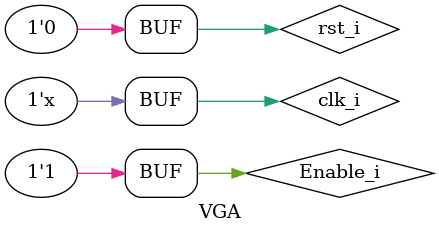
<source format=v>
`timescale 1ns / 1ps


module VGA;

	// Inputs
	reg Enable_i;
	reg rst_i;
	reg clk_i;

	// Outputs
	wire [9:0] x_o;
	wire [9:0] y_o;
	wire v_sync_o;
	wire h_sync_o;

	// Instantiate the Unit Under Test (UUT)
	VGA_controller uut (
		.Enable_i(Enable_i), 
		.rst_i(rst_i), 
		.clk_i(clk_i), 
		.x_o(x_o), 
		.y_o(y_o), 
		.v_sync_o(v_sync_o), 
		.h_sync_o(h_sync_o)
	);

	initial begin
		// Initialize Inputs
		Enable_i = 1;
		rst_i = 0;
		clk_i = 0;
		#1 rst_i <= 1;
		#1 rst_i <= 0;
		// Wait 100 ns for global reset to finish
		#100;
        
		// Add stimulus here

	end
	always
		#1 clk_i <= ~clk_i;
      
endmodule


</source>
